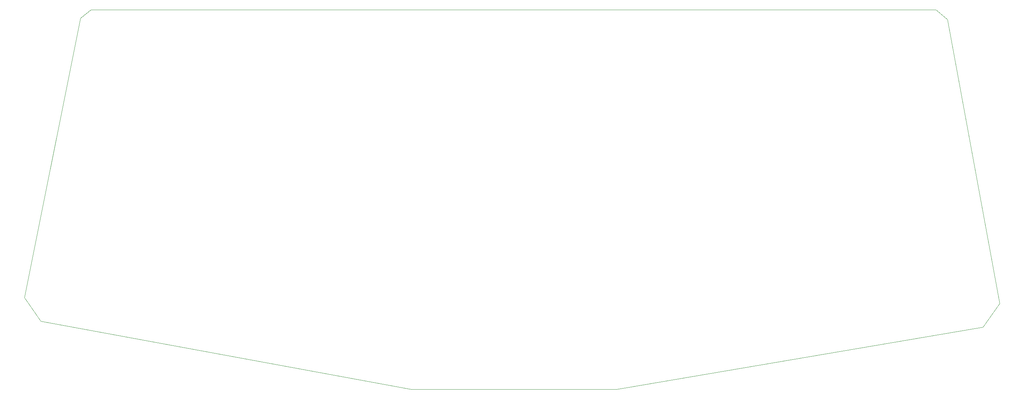
<source format=gm1>
%TF.GenerationSoftware,KiCad,Pcbnew,9.0.1*%
%TF.CreationDate,2025-05-05T23:15:36+01:00*%
%TF.ProjectId,keyboard,6b657962-6f61-4726-942e-6b696361645f,rev?*%
%TF.SameCoordinates,Original*%
%TF.FileFunction,Profile,NP*%
%FSLAX46Y46*%
G04 Gerber Fmt 4.6, Leading zero omitted, Abs format (unit mm)*
G04 Created by KiCad (PCBNEW 9.0.1) date 2025-05-05 23:15:36*
%MOMM*%
%LPD*%
G01*
G04 APERTURE LIST*
%TA.AperFunction,Profile*%
%ADD10C,0.050000*%
%TD*%
G04 APERTURE END LIST*
D10*
X255431901Y-47360033D02*
X268099916Y-116581682D01*
X264070894Y-122338997D01*
X175000000Y-137500000D01*
X125000000Y-137500000D01*
X34917266Y-120905812D01*
X30980581Y-115097097D01*
X44586214Y-47068928D01*
X47109901Y-45000000D01*
X252600772Y-45000000D01*
X255431901Y-47360033D01*
M02*

</source>
